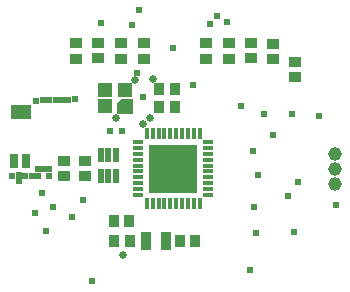
<source format=gts>
G75*
G70*
%OFA0B0*%
%FSLAX24Y24*%
%IPPOS*%
%LPD*%
%AMOC8*
5,1,8,0,0,1.08239X$1,22.5*
%
%ADD10C,0.0157*%
%ADD11R,0.0276X0.0157*%
%ADD12R,0.0157X0.0276*%
%ADD13R,0.1594X0.1594*%
%ADD14R,0.0414X0.0336*%
%ADD15R,0.0336X0.0414*%
%ADD16R,0.0512X0.0472*%
%ADD17C,0.0020*%
%ADD18R,0.0336X0.0611*%
%ADD19R,0.0198X0.0454*%
%ADD20C,0.0454*%
%ADD21R,0.0316X0.0454*%
%ADD22R,0.0690X0.0454*%
%ADD23C,0.0240*%
%ADD24C,0.0260*%
D10*
X004962Y005139D03*
X005139Y004962D03*
X005336Y004962D03*
X005533Y004962D03*
X005730Y004962D03*
X005927Y004962D03*
X006124Y004962D03*
X006320Y004962D03*
X006517Y004962D03*
X006714Y004962D03*
X006911Y004962D03*
X007088Y005139D03*
X007088Y005336D03*
X007088Y005533D03*
X007088Y005730D03*
X007088Y005927D03*
X007088Y006124D03*
X007088Y006320D03*
X007088Y006517D03*
X007088Y006714D03*
X007088Y006911D03*
X006911Y007088D03*
X006714Y007088D03*
X006517Y007088D03*
X006320Y007088D03*
X006124Y007088D03*
X005927Y007088D03*
X005730Y007088D03*
X005533Y007088D03*
X005336Y007088D03*
X005139Y007088D03*
X004962Y006911D03*
X004962Y006714D03*
X004962Y006517D03*
X004962Y006320D03*
X004962Y006124D03*
X004962Y005927D03*
X004962Y005730D03*
X004962Y005533D03*
X004962Y005336D03*
D11*
X004824Y005336D03*
X004824Y005533D03*
X004824Y005730D03*
X004824Y005927D03*
X004824Y006124D03*
X004824Y006320D03*
X004824Y006517D03*
X004824Y006714D03*
X004824Y006911D03*
X004824Y005139D03*
X007226Y005139D03*
X007226Y005336D03*
X007226Y005533D03*
X007226Y005730D03*
X007226Y005927D03*
X007226Y006124D03*
X007226Y006320D03*
X007226Y006517D03*
X007226Y006714D03*
X007226Y006911D03*
D12*
X006911Y007226D03*
X006714Y007226D03*
X006517Y007226D03*
X006320Y007226D03*
X006124Y007226D03*
X005927Y007226D03*
X005730Y007226D03*
X005533Y007226D03*
X005336Y007226D03*
X005139Y007226D03*
X005139Y004824D03*
X005336Y004824D03*
X005533Y004824D03*
X005730Y004824D03*
X005927Y004824D03*
X006124Y004824D03*
X006320Y004824D03*
X006517Y004824D03*
X006714Y004824D03*
X006911Y004824D03*
D13*
X006025Y006025D03*
D14*
X003076Y006277D03*
X003076Y005765D03*
X002368Y005765D03*
X002368Y006277D03*
X002773Y009683D03*
X002773Y010194D03*
X003517Y010206D03*
X003517Y009694D03*
X004269Y009683D03*
X004269Y010194D03*
X005037Y010198D03*
X005037Y009687D03*
X007104Y009687D03*
X007104Y010198D03*
X007899Y010202D03*
X007899Y009691D03*
X008628Y009694D03*
X008628Y010206D03*
X009348Y010183D03*
X009348Y009671D03*
X010088Y009588D03*
X010088Y009076D03*
D15*
X006076Y008679D03*
X005565Y008679D03*
X005557Y008061D03*
X006069Y008061D03*
X004561Y004285D03*
X004049Y004285D03*
X004065Y003608D03*
X004576Y003608D03*
X006246Y003608D03*
X006757Y003608D03*
D16*
X003734Y008104D03*
X003734Y008655D03*
X004403Y008655D03*
D17*
X004285Y008330D02*
X004649Y008330D01*
X004649Y007878D01*
X004157Y007878D01*
X004157Y008202D01*
X004285Y008330D01*
X004274Y008319D02*
X004649Y008319D01*
X004649Y008301D02*
X004255Y008301D01*
X004237Y008282D02*
X004649Y008282D01*
X004649Y008264D02*
X004218Y008264D01*
X004200Y008245D02*
X004649Y008245D01*
X004649Y008227D02*
X004181Y008227D01*
X004163Y008208D02*
X004649Y008208D01*
X004649Y008190D02*
X004157Y008190D01*
X004157Y008171D02*
X004649Y008171D01*
X004649Y008153D02*
X004157Y008153D01*
X004157Y008134D02*
X004649Y008134D01*
X004649Y008116D02*
X004157Y008116D01*
X004157Y008097D02*
X004649Y008097D01*
X004649Y008079D02*
X004157Y008079D01*
X004157Y008060D02*
X004649Y008060D01*
X004649Y008042D02*
X004157Y008042D01*
X004157Y008023D02*
X004649Y008023D01*
X004649Y008005D02*
X004157Y008005D01*
X004157Y007986D02*
X004649Y007986D01*
X004649Y007968D02*
X004157Y007968D01*
X004157Y007949D02*
X004649Y007949D01*
X004649Y007931D02*
X004157Y007931D01*
X004157Y007912D02*
X004649Y007912D01*
X004649Y007894D02*
X004157Y007894D01*
D18*
X005104Y003608D03*
X005773Y003608D03*
D19*
X004116Y005771D03*
X003860Y005771D03*
X003604Y005771D03*
X003604Y006460D03*
X003860Y006460D03*
X004116Y006460D03*
D20*
X011403Y006525D03*
X011403Y006025D03*
X011403Y005525D03*
D21*
X001124Y006273D03*
X000730Y006273D03*
D22*
X000946Y007915D03*
D23*
X003328Y002261D03*
X001777Y003935D03*
X001427Y004529D03*
X002021Y004726D03*
X001647Y005222D03*
X001876Y005773D03*
X001876Y005994D03*
X001691Y005994D03*
X001513Y005994D03*
X001525Y005785D03*
X001301Y005789D03*
X001096Y005789D03*
X000891Y005793D03*
X000895Y005596D03*
X000647Y005785D03*
X002663Y004395D03*
X003002Y004966D03*
X003907Y007277D03*
X004328Y007289D03*
X005006Y008403D03*
X004820Y009222D03*
X006021Y010029D03*
X006679Y008809D03*
X008289Y008120D03*
X009041Y007844D03*
X009356Y007135D03*
X008667Y006616D03*
X008844Y005797D03*
X009856Y005124D03*
X010171Y005561D03*
X011462Y004824D03*
X010037Y003911D03*
X008789Y003876D03*
X008726Y004738D03*
X008580Y002643D03*
X010868Y007765D03*
X009998Y007844D03*
X007817Y010923D03*
X007490Y011120D03*
X007261Y010852D03*
X004880Y011301D03*
X004643Y010797D03*
X003616Y010864D03*
X002765Y008328D03*
X002521Y008317D03*
X002309Y008305D03*
X002100Y008301D03*
X001899Y008301D03*
X001679Y008301D03*
X001458Y008289D03*
D24*
X004105Y007705D03*
X005005Y007525D03*
X005245Y007705D03*
X005365Y009025D03*
X004765Y008965D03*
X004345Y003145D03*
M02*

</source>
